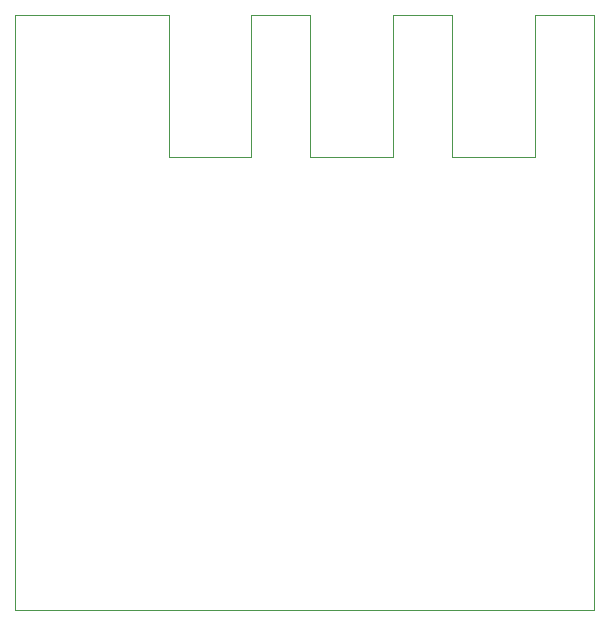
<source format=gm1>
G04 #@! TF.GenerationSoftware,KiCad,Pcbnew,7.0.9*
G04 #@! TF.CreationDate,2023-12-09T12:38:09+01:00*
G04 #@! TF.ProjectId,AirMonitor,4169724d-6f6e-4697-946f-722e6b696361,1.0.0*
G04 #@! TF.SameCoordinates,Original*
G04 #@! TF.FileFunction,Profile,NP*
%FSLAX46Y46*%
G04 Gerber Fmt 4.6, Leading zero omitted, Abs format (unit mm)*
G04 Created by KiCad (PCBNEW 7.0.9) date 2023-12-09 12:38:09*
%MOMM*%
%LPD*%
G01*
G04 APERTURE LIST*
G04 #@! TA.AperFunction,Profile*
%ADD10C,0.100000*%
G04 #@! TD*
G04 APERTURE END LIST*
D10*
X131000000Y-114000000D02*
X131000000Y-121000000D01*
X112000000Y-121000000D02*
X112000000Y-109000000D01*
X119000000Y-109000000D02*
X119000000Y-114000000D01*
X143000000Y-114000000D02*
X143000000Y-121000000D01*
X131000000Y-121000000D02*
X124000000Y-121000000D01*
X148000000Y-159400000D02*
X148000000Y-121000000D01*
X136000000Y-109000000D02*
X131000000Y-109000000D01*
X131000000Y-109000000D02*
X131000000Y-114000000D01*
X112000000Y-109000000D02*
X99000000Y-109000000D01*
X99000000Y-109000000D02*
X99000000Y-120000000D01*
X124000000Y-109000000D02*
X119000000Y-109000000D01*
X136000000Y-114000000D02*
X136000000Y-109000000D01*
X148000000Y-114000000D02*
X148000000Y-109000000D01*
X148000000Y-109000000D02*
X143000000Y-109000000D01*
X143000000Y-121000000D02*
X136000000Y-121000000D01*
X119000000Y-121000000D02*
X112000000Y-121000000D01*
X99000000Y-159400000D02*
X148000000Y-159400000D01*
X124000000Y-121000000D02*
X124000000Y-114000000D01*
X119000000Y-114000000D02*
X119000000Y-121000000D01*
X143000000Y-109000000D02*
X143000000Y-114000000D01*
X136000000Y-121000000D02*
X136000000Y-114000000D01*
X148000000Y-121000000D02*
X148000000Y-114000000D01*
X124000000Y-114000000D02*
X124000000Y-109000000D01*
X99000000Y-120000000D02*
X99000000Y-159400000D01*
M02*

</source>
